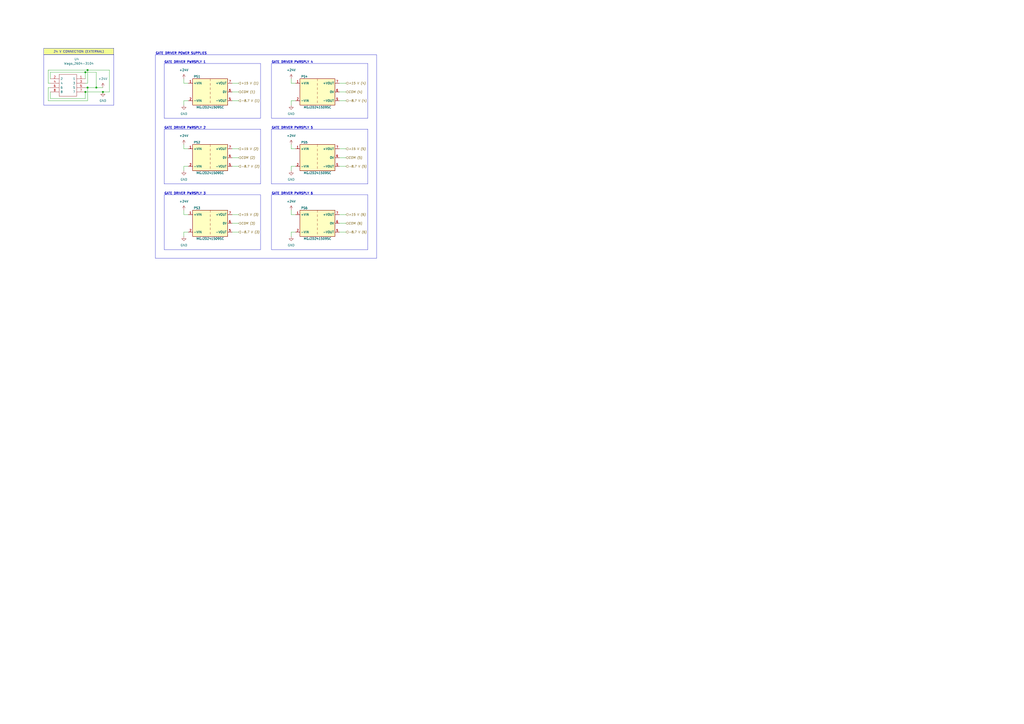
<source format=kicad_sch>
(kicad_sch (version 20231120) (generator "eeschema") (generator_version "8.0")
  (paper "A2")
  (title_block (title "3-phase DC/AC converter with SV-PWM") (date "2023-03-16") (rev "V. 1.1") (comment 1 "Ingrid Hovland") (comment 2 "Eirik Skorve Haugland") (comment 3 "Marius Englund"))
  (lib_symbols
    (symbol "Converter_DCDC:MGJ2D241509SC"
      (property "Reference" "U" (at 0 11.43 0))
      (property "Value" "MGJ2D241509SC" (at 0 8.89 0))
      (symbol "MGJ2D241509SC_0_1"
        (rectangle (start -10.16 7.62) (end 10.16 -7.62) (stroke (width 0.254)) (fill (type background)))
        (polyline (pts (xy 0 -5.08) (xy 0 -6.35)))
        (polyline (pts (xy 0 -2.54) (xy 0 -3.81)))
        (polyline (pts (xy 0 0) (xy 0 -1.27)))
        (polyline (pts (xy 0 2.54) (xy 0 1.27)))
        (polyline (pts (xy 0 5.08) (xy 0 3.81)))
        (polyline (pts (xy 0 7.62) (xy 0 6.35)))
      )
      (symbol "MGJ2D241509SC_1_1"
        (pin power_in line (at -12.7 5.08 0) (length 2.54) (name "+VIN") (number "1"))
        (pin power_in line (at -12.7 -5.08 0) (length 2.54) (name "-VIN") (number "2"))
        (pin power_out line (at 12.7 -5.08 180) (length 2.54) (name "-VOUT") (number "5"))
        (pin power_out line (at 12.7 0 180) (length 2.54) (name "0V") (number "6"))
        (pin power_out line (at 12.7 5.08 180) (length 2.54) (name "+VOUT") (number "7"))
      )
    )
    (symbol "WAGO-2604-3104:2604-3104" (pin_names (offset 0.762))
      (property "Reference" "J" (at 16.51 7.62 0))
      (property "Value" "2604-3104" (at 16.51 5.08 0))
      (symbol "2604-3104_0_0"
        (pin passive line (at 20.32 0 180) (length 5.08) (name "1") (number "1"))
        (pin passive line (at 0 0 0) (length 5.08) (name "2") (number "2"))
        (pin passive line (at 20.32 -2.54 180) (length 5.08) (name "3") (number "3"))
        (pin passive line (at 0 -2.54 0) (length 5.08) (name "4") (number "4"))
        (pin passive line (at 20.32 -5.08 180) (length 5.08) (name "5") (number "5"))
        (pin passive line (at 0 -5.08 0) (length 5.08) (name "6") (number "6"))
        (pin passive line (at 20.32 -7.62 180) (length 5.08) (name "7") (number "7"))
        (pin passive line (at 0 -7.62 0) (length 5.08) (name "8") (number "8"))
      )
      (symbol "2604-3104_0_1"
        (polyline (pts (xy 5.08 2.54) (xy 15.24 2.54) (xy 15.24 -10.16) (xy 5.08 -10.16) (xy 5.08 2.54)) (stroke (width 0.1524)))
      )
    )
    (symbol "power:+24V" (power) (pin_names (offset 0))
      (property "Value" "+24V" (at 0 3.556 0))
      (symbol "+24V_0_1"
        (polyline (pts (xy -0.762 1.27) (xy 0 2.54)))
        (polyline (pts (xy 0 0) (xy 0 2.54)))
        (polyline (pts (xy 0 2.54) (xy 0.762 1.27)))
      )
      (symbol "+24V_1_1"
        (pin power_in line (at 0 0 90) (length 0) hide (name "+24V") (number "1"))
      )
    )
    (symbol "power:GND" (power) (pin_names (offset 0))
      (property "Value" "GND" (at 0 -3.81 0))
      (symbol "GND_0_1"
        (polyline (pts (xy 0 0) (xy 0 -1.27) (xy 1.27 -1.27) (xy 0 -2.54) (xy -1.27 -1.27) (xy 0 -1.27)))
      )
      (symbol "GND_1_1"
        (pin power_in line (at 0 0 270) (length 0) hide (name "GND") (number "1"))
      )
    )
  )
  (junction (at 50.8 50.8))
  (junction (at 59.69 53.34))
  (junction (at 49.53 53.34))
  (junction (at 50.8 40.64))
  (junction (at 55.88 50.8))
  (junction (at 49.53 41.91))
  (wire (pts (xy 50.8 50.8) (xy 55.88 50.8)))
  (polyline (pts (xy 151.13 68.58) (xy 95.25 68.58)))
  (wire (pts (xy 168.91 58.42) (xy 171.45 58.42)))
  (wire (pts (xy 106.68 45.72) (xy 106.68 48.26)))
  (polyline (pts (xy 213.36 68.58) (xy 157.48 68.58)))
  (wire (pts (xy 196.85 134.62) (xy 200.66 134.62)))
  (wire (pts (xy 168.91 45.72) (xy 168.91 48.26)))
  (wire (pts (xy 106.68 124.46) (xy 109.22 124.46)))
  (polyline (pts (xy 213.36 113.03) (xy 213.36 144.78)))
  (wire (pts (xy 168.91 99.06) (xy 168.91 96.52)))
  (polyline (pts (xy 218.44 31.75) (xy 218.44 149.86)))
  (polyline (pts (xy 213.36 36.83) (xy 213.36 68.58)))
  (polyline (pts (xy 95.25 36.83) (xy 95.25 68.58)))
  (wire (pts (xy 168.91 134.62) (xy 171.45 134.62)))
  (polyline (pts (xy 157.48 113.03) (xy 213.36 113.03)))
  (wire (pts (xy 134.62 124.46) (xy 138.43 124.46)))
  (wire (pts (xy 168.91 137.16) (xy 168.91 134.62)))
  (polyline (pts (xy 157.48 74.93) (xy 157.48 106.68)))
  (wire (pts (xy 196.85 129.54) (xy 200.66 129.54)))
  (wire (pts (xy 27.94 48.26) (xy 27.94 40.64)))
  (wire (pts (xy 134.62 53.34) (xy 138.43 53.34)))
  (polyline (pts (xy 157.48 113.03) (xy 157.48 144.78)))
  (wire (pts (xy 27.94 58.42) (xy 27.94 50.8)))
  (polyline (pts (xy 25.4 31.75) (xy 25.4 60.96)))
  (wire (pts (xy 168.91 60.96) (xy 168.91 58.42)))
  (wire (pts (xy 106.68 60.96) (xy 106.68 58.42)))
  (wire (pts (xy 49.53 41.91) (xy 55.88 41.91)))
  (wire (pts (xy 134.62 129.54) (xy 138.43 129.54)))
  (wire (pts (xy 49.53 53.34) (xy 59.69 53.34)))
  (polyline (pts (xy 218.44 149.86) (xy 90.17 149.86)))
  (wire (pts (xy 168.91 86.36) (xy 171.45 86.36)))
  (wire (pts (xy 106.68 99.06) (xy 106.68 96.52)))
  (wire (pts (xy 29.21 48.26) (xy 27.94 48.26)))
  (wire (pts (xy 55.88 41.91) (xy 55.88 50.8)))
  (wire (pts (xy 134.62 96.52) (xy 138.43 96.52)))
  (wire (pts (xy 106.68 121.92) (xy 106.68 124.46)))
  (polyline (pts (xy 95.25 113.03) (xy 151.13 113.03)))
  (polyline (pts (xy 95.25 36.83) (xy 151.13 36.83)))
  (wire (pts (xy 168.91 83.82) (xy 168.91 86.36)))
  (wire (pts (xy 134.62 91.44) (xy 138.43 91.44)))
  (wire (pts (xy 196.85 91.44) (xy 200.66 91.44)))
  (polyline (pts (xy 213.36 106.68) (xy 157.48 106.68)))
  (wire (pts (xy 196.85 86.36) (xy 200.66 86.36)))
  (wire (pts (xy 49.53 41.91) (xy 49.53 45.72)))
  (wire (pts (xy 50.8 58.42) (xy 27.94 58.42)))
  (polyline (pts (xy 90.17 149.86) (xy 90.17 31.75)))
  (polyline (pts (xy 151.13 106.68) (xy 95.25 106.68)))
  (wire (pts (xy 49.53 53.34) (xy 49.53 57.15)))
  (wire (pts (xy 29.21 57.15) (xy 49.53 57.15)))
  (wire (pts (xy 106.68 86.36) (xy 109.22 86.36)))
  (wire (pts (xy 50.8 40.64) (xy 63.5 40.64)))
  (wire (pts (xy 106.68 48.26) (xy 109.22 48.26)))
  (wire (pts (xy 168.91 121.92) (xy 168.91 124.46)))
  (polyline (pts (xy 95.25 31.75) (xy 218.44 31.75)))
  (polyline (pts (xy 151.13 144.78) (xy 95.25 144.78)))
  (wire (pts (xy 106.68 134.62) (xy 109.22 134.62)))
  (wire (pts (xy 50.8 50.8) (xy 50.8 58.42)))
  (wire (pts (xy 50.8 48.26) (xy 49.53 48.26)))
  (wire (pts (xy 106.68 137.16) (xy 106.68 134.62)))
  (wire (pts (xy 55.88 50.8) (xy 59.69 50.8)))
  (polyline (pts (xy 90.17 31.75) (xy 95.25 31.75)))
  (wire (pts (xy 134.62 86.36) (xy 138.43 86.36)))
  (wire (pts (xy 168.91 124.46) (xy 171.45 124.46)))
  (wire (pts (xy 27.94 50.8) (xy 29.21 50.8)))
  (wire (pts (xy 106.68 83.82) (xy 106.68 86.36)))
  (wire (pts (xy 50.8 40.64) (xy 50.8 48.26)))
  (polyline (pts (xy 157.48 36.83) (xy 213.36 36.83)))
  (wire (pts (xy 49.53 50.8) (xy 50.8 50.8)))
  (polyline (pts (xy 95.25 74.93) (xy 151.13 74.93)))
  (wire (pts (xy 134.62 134.62) (xy 138.43 134.62)))
  (wire (pts (xy 196.85 53.34) (xy 200.66 53.34)))
  (wire (pts (xy 168.91 96.52) (xy 171.45 96.52)))
  (polyline (pts (xy 213.36 74.93) (xy 213.36 106.68)))
  (wire (pts (xy 106.68 96.52) (xy 109.22 96.52)))
  (wire (pts (xy 29.21 41.91) (xy 49.53 41.91)))
  (wire (pts (xy 196.85 124.46) (xy 200.66 124.46)))
  (polyline (pts (xy 25.4 31.75) (xy 66.04 31.75)))
  (wire (pts (xy 134.62 48.26) (xy 138.43 48.26)))
  (wire (pts (xy 196.85 48.26) (xy 200.66 48.26)))
  (polyline (pts (xy 151.13 36.83) (xy 151.13 68.58)))
  (wire (pts (xy 196.85 96.52) (xy 200.66 96.52)))
  (polyline (pts (xy 151.13 74.93) (xy 151.13 106.68)))
  (wire (pts (xy 106.68 58.42) (xy 109.22 58.42)))
  (wire (pts (xy 168.91 48.26) (xy 171.45 48.26)))
  (polyline (pts (xy 157.48 36.83) (xy 157.48 68.58)))
  (polyline (pts (xy 151.13 113.03) (xy 151.13 144.78)))
  (wire (pts (xy 29.21 41.91) (xy 29.21 45.72)))
  (polyline (pts (xy 95.25 113.03) (xy 95.25 144.78)))
  (wire (pts (xy 134.62 58.42) (xy 138.43 58.42)))
  (polyline (pts (xy 66.04 60.96) (xy 25.4 60.96)))
  (polyline (pts (xy 213.36 144.78) (xy 157.48 144.78)))
  (polyline (pts (xy 95.25 74.93) (xy 95.25 106.68)))
  (wire (pts (xy 27.94 40.64) (xy 50.8 40.64)))
  (wire (pts (xy 63.5 40.64) (xy 63.5 53.34)))
  (wire (pts (xy 59.69 53.34) (xy 63.5 53.34)))
  (wire (pts (xy 196.85 58.42) (xy 200.66 58.42)))
  (polyline (pts (xy 157.48 74.93) (xy 213.36 74.93)))
  (wire (pts (xy 29.21 53.34) (xy 29.21 57.15)))
  (polyline (pts (xy 66.04 31.75) (xy 66.04 60.96)))
  (text_box "24 V CONNECTION (EXTERNAL)" (at 25.4 27.94 0) (size 40.64 3.81) (fill (type color) (color 243 255 147 1)) (effects (font (size 1.27 1.27))))
  (text "GATE DRIVER PWRSPLY 6\n" (at 157.48 113.03 0) (effects (font (size 1.27 1.27) (thickness 0.254) (bold yes)) (justify left bottom)))
  (text "GATE DRIVER PWRSPLY 5\n" (at 157.48 74.93 0) (effects (font (size 1.27 1.27) (thickness 0.254) (bold yes)) (justify left bottom)))
  (text "GATE DRIVER POWER SUPPLIES" (at 90.17 31.75 0) (effects (font (size 1.27 1.27) (thickness 0.254) (bold yes)) (justify left bottom)))
  (text "GATE DRIVER PWRSPLY 4" (at 157.48 36.83 0) (effects (font (size 1.27 1.27) (thickness 0.254) (bold yes)) (justify left bottom)))
  (text "GATE DRIVER PWRSPLY 2" (at 95.25 74.93 0) (effects (font (size 1.27 1.27) (thickness 0.254) (bold yes)) (justify left bottom)))
  (text "GATE DRIVER PWRSPLY 3\n" (at 95.25 113.03 0) (effects (font (size 1.27 1.27) (thickness 0.254) (bold yes)) (justify left bottom)))
  (text "GATE DRIVER PWRSPLY 1\n" (at 95.25 36.83 0) (effects (font (size 1.27 1.27) (thickness 0.254) (bold yes)) (justify left bottom)))
  (hierarchical_label "COM (1)" (shape input) (at 138.43 53.34 0) (effects (font (italic yes))))
  (hierarchical_label "+15 V (3)" (shape input) (at 138.43 124.46 0) (effects (font (italic yes))))
  (hierarchical_label "+15 V (1)" (shape input) (at 138.43 48.26 0) (effects (font (italic yes))))
  (hierarchical_label "-8.7 V (4)" (shape input) (at 200.66 58.42 0) (effects (font (italic yes))))
  (hierarchical_label "-8.7 V (5)" (shape input) (at 200.66 96.52 0) (effects (font (italic yes))))
  (hierarchical_label "COM (5)" (shape input) (at 200.66 91.44 0) (effects (font (italic yes))))
  (hierarchical_label "+15 V (6)" (shape input) (at 200.66 124.46 0) (effects (font (italic yes))))
  (hierarchical_label "+15 V (5)" (shape input) (at 200.66 86.36 0) (effects (font (italic yes))))
  (hierarchical_label "+15 V (2)" (shape input) (at 138.43 86.36 0) (effects (font (italic yes))))
  (hierarchical_label "-8.7 V (6)" (shape input) (at 200.66 134.62 0) (effects (font (italic yes))))
  (hierarchical_label "-8.7 V (3)" (shape input) (at 138.43 134.62 0) (effects (font (italic yes))))
  (hierarchical_label "COM (3)" (shape input) (at 138.43 129.54 0) (effects (font (italic yes))))
  (hierarchical_label "COM (2)" (shape input) (at 138.43 91.44 0) (effects (font (italic yes))))
  (hierarchical_label "COM (4)" (shape input) (at 200.66 53.34 0) (effects (font (italic yes))))
  (hierarchical_label "-8.7 V (1)" (shape input) (at 138.43 58.42 0) (effects (font (italic yes))))
  (hierarchical_label "+15 V (4)" (shape input) (at 200.66 48.26 0) (effects (font (italic yes))))
  (hierarchical_label "-8.7 V (2)" (shape input) (at 138.43 96.52 0) (effects (font (italic yes))))
  (hierarchical_label "COM (6)" (shape input) (at 200.66 129.54 0) (effects (font (italic yes))))
  (symbol (lib_id "power:+24V") (at 168.91 121.92 0) (unit 1)
    (property "Reference" "#PWR0126" (effects (hide yes)))
    (property "Value" "+24V" (at 168.91 116.84 0))
  )
  (symbol (lib_id "power:GND") (at 106.68 60.96 0) (unit 1)
    (property "Reference" "#PWR0122" (effects (hide yes)))
    (property "Value" "GND" (at 106.68 66.04 0))
  )
  (symbol (lib_id "Converter_DCDC:MGJ2D241509SC") (at 184.15 91.44 0) (unit 1)
    (property "Reference" "PS5" (at 176.53 82.55 0))
    (property "Value" "MGJ2D241509SC" (at 184.15 100.33 0))
    (property "Footprint" "Converter_DCDC:Converter_DCDC_Murata_MGJ2DxxxxxxSC_THT" (effects (hide yes)))
    (property "Datasheet" "https://power.murata.com/pub/data/power/ncl/kdc_mgj2.pdf" (effects (hide yes)))
  )
  (symbol (lib_id "power:GND") (at 168.91 60.96 0) (unit 1)
    (property "Reference" "#PWR0132" (effects (hide yes)))
    (property "Value" "GND" (at 168.91 66.04 0))
  )
  (symbol (lib_id "power:GND") (at 168.91 99.06 0) (unit 1)
    (property "Reference" "#PWR0130" (effects (hide yes)))
    (property "Value" "GND" (at 168.91 104.14 0))
  )
  (symbol (lib_id "power:+24V") (at 106.68 83.82 0) (unit 1)
    (property "Reference" "#PWR0120" (effects (hide yes)))
    (property "Value" "+24V" (at 106.68 78.74 0))
  )
  (symbol (lib_id "power:+24V") (at 59.69 50.8 0) (unit 1)
    (property "Reference" "#PWR0123" (effects (hide yes)))
    (property "Value" "+24V" (at 59.69 45.72 0))
  )
  (symbol (lib_id "Converter_DCDC:MGJ2D241509SC") (at 184.15 53.34 0) (unit 1)
    (property "Reference" "PS4" (at 176.53 44.45 0))
    (property "Value" "MGJ2D241509SC" (at 184.15 62.23 0))
    (property "Footprint" "Converter_DCDC:Converter_DCDC_Murata_MGJ2DxxxxxxSC_THT" (effects (hide yes)))
    (property "Datasheet" "https://power.murata.com/pub/data/power/ncl/kdc_mgj2.pdf" (effects (hide yes)))
  )
  (symbol (lib_id "power:+24V") (at 106.68 121.92 0) (unit 1)
    (property "Reference" "#PWR0128" (effects (hide yes)))
    (property "Value" "+24V" (at 106.68 116.84 0))
  )
  (symbol (lib_id "WAGO-2604-3104:2604-3104") (at 29.21 45.72 0) (unit 1)
    (property "Reference" "U4" (at 44.45 34.29 0))
    (property "Value" "Wago_2604-3104" (at 45.72 36.83 0))
    (property "Footprint" "SVPWM-LIB-footprints:WAGO-26043104" (effects (hide yes)))
    (property "Datasheet" "https://www.wago.com/global/pcb-terminal-blocks-and-pluggable-connectors/pcb-terminal-block/p/2604-3104" (effects (hide yes)))
    (property "Description" "Conn PC Terminal Block 4 POS 5mm Solder ST Thru-Hole 32A CAGE CLAMP Box" (effects (hide yes)))
    (property "Height" "21.3" (effects (hide yes)))
    (property "Manufacturer_Name" "Wago" (effects (hide yes)))
    (property "Manufacturer_Part_Number" "2604-3104" (effects (hide yes)))
    (property "Arrow Part Number" "2604-3104" (effects (hide yes)))
    (property "Arrow Price/Stock" "https://www.arrow.com/en/products/2604-3104/wago-kontakttechnik-gmbh?region=nac" (effects (hide yes)))
  )
  (symbol (lib_id "power:GND") (at 59.69 53.34 0) (unit 1)
    (property "Reference" "#PWR0124" (effects (hide yes)))
    (property "Value" "GND" (at 59.69 58.42 0))
  )
  (symbol (lib_id "power:+24V") (at 168.91 83.82 0) (unit 1)
    (property "Reference" "#PWR0131" (effects (hide yes)))
    (property "Value" "+24V" (at 168.91 78.74 0))
  )
  (symbol (lib_id "Converter_DCDC:MGJ2D241509SC") (at 184.15 129.54 0) (unit 1)
    (property "Reference" "PS6" (at 176.53 120.65 0))
    (property "Value" "MGJ2D241509SC" (at 184.15 138.43 0))
    (property "Footprint" "Converter_DCDC:Converter_DCDC_Murata_MGJ2DxxxxxxSC_THT" (effects (hide yes)))
    (property "Datasheet" "https://power.murata.com/pub/data/power/ncl/kdc_mgj2.pdf" (effects (hide yes)))
  )
  (symbol (lib_id "Converter_DCDC:MGJ2D241509SC") (at 121.92 91.44 0) (unit 1)
    (property "Reference" "PS2" (at 114.3 82.55 0))
    (property "Value" "MGJ2D241509SC" (at 121.92 100.33 0))
    (property "Footprint" "Converter_DCDC:Converter_DCDC_Murata_MGJ2DxxxxxxSC_THT" (effects (hide yes)))
    (property "Datasheet" "https://power.murata.com/pub/data/power/ncl/kdc_mgj2.pdf" (effects (hide yes)))
  )
  (symbol (lib_id "power:GND") (at 168.91 137.16 0) (unit 1)
    (property "Reference" "#PWR0127" (effects (hide yes)))
    (property "Value" "GND" (at 168.91 142.24 0))
  )
  (symbol (lib_id "Converter_DCDC:MGJ2D241509SC") (at 121.92 53.34 0) (unit 1)
    (property "Reference" "PS1" (at 114.3 44.45 0))
    (property "Value" "MGJ2D241509SC" (at 121.92 62.23 0))
    (property "Footprint" "Converter_DCDC:Converter_DCDC_Murata_MGJ2DxxxxxxSC_THT" (effects (hide yes)))
    (property "Datasheet" "https://power.murata.com/pub/data/power/ncl/kdc_mgj2.pdf" (effects (hide yes)))
  )
  (symbol (lib_id "power:+24V") (at 168.91 45.72 0) (unit 1)
    (property "Reference" "#PWR0133" (effects (hide yes)))
    (property "Value" "+24V" (at 168.91 40.64 0))
  )
  (symbol (lib_id "power:+24V") (at 106.68 45.72 0) (unit 1)
    (property "Reference" "#PWR0121" (effects (hide yes)))
    (property "Value" "+24V" (at 106.68 40.64 0))
  )
  (symbol (lib_id "power:GND") (at 106.68 99.06 0) (unit 1)
    (property "Reference" "#PWR0125" (effects (hide yes)))
    (property "Value" "GND" (at 106.68 104.14 0))
  )
  (symbol (lib_id "power:GND") (at 106.68 137.16 0) (unit 1)
    (property "Reference" "#PWR0129" (effects (hide yes)))
    (property "Value" "GND" (at 106.68 142.24 0))
  )
  (symbol (lib_id "Converter_DCDC:MGJ2D241509SC") (at 121.92 129.54 0) (unit 1)
    (property "Reference" "PS3" (at 114.3 120.65 0))
    (property "Value" "MGJ2D241509SC" (at 121.92 138.43 0))
    (property "Footprint" "Converter_DCDC:Converter_DCDC_Murata_MGJ2DxxxxxxSC_THT" (effects (hide yes)))
    (property "Datasheet" "https://power.murata.com/pub/data/power/ncl/kdc_mgj2.pdf" (effects (hide yes)))
  )
)
</source>
